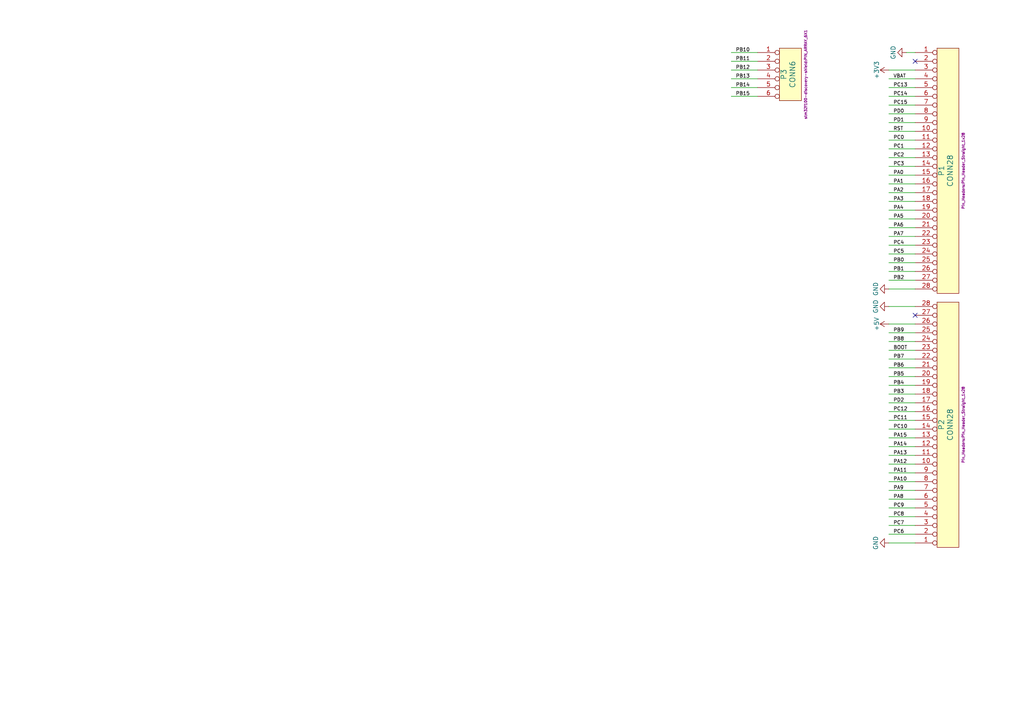
<source format=kicad_sch>
(kicad_sch (version 20230121) (generator eeschema)
  (paper "A4")
  (title_block (title "STM32 Value Line Discovery - Shiled board") (date "20 oct 2012") (rev "1.0"))
  (lib_symbols
    (symbol "stm32f100-discovery-shield-rescue:+3.3V" (power) (pin_names (offset 0))
      (property "Value" "+3.3V" (at 0 3.556 0))
      (symbol "+3.3V_0_1"
        (polyline (pts (xy -0.762 1.27) (xy 0 2.54)))
        (polyline (pts (xy 0 0) (xy 0 2.54)))
        (polyline (pts (xy 0 2.54) (xy 0.762 1.27)))
      )
      (symbol "+3.3V_1_1"
        (pin power_in line (at 0 0 90) (length 0) hide (name "+3V3") (number "1"))
      )
    )
    (symbol "stm32f100-discovery-shield-rescue:+5V" (power) (pin_names (offset 0))
      (property "Value" "+5V" (at 0 3.556 0))
      (symbol "+5V_0_1"
        (polyline (pts (xy -0.762 1.27) (xy 0 2.54)))
        (polyline (pts (xy 0 0) (xy 0 2.54)))
        (polyline (pts (xy 0 2.54) (xy 0.762 1.27)))
      )
      (symbol "+5V_1_1"
        (pin power_in line (at 0 0 90) (length 0) hide (name "+5V") (number "1"))
      )
    )
    (symbol "stm32f100-discovery-shield-rescue:GND" (power) (pin_names (offset 0))
      (property "Value" "GND" (at 0 -3.81 0))
      (symbol "GND_0_1"
        (polyline (pts (xy 0 0) (xy 0 -1.27) (xy 1.27 -1.27) (xy 0 -2.54) (xy -1.27 -1.27) (xy 0 -1.27)))
      )
      (symbol "GND_1_1"
        (pin power_in line (at 0 0 270) (length 0) hide (name "GND") (number "1"))
      )
    )
    (symbol "stm32f100-discovery-shield:CONN28" (pin_names (offset 1.016) hide)
      (property "Reference" "P" (at -1.27 0 90))
      (property "Value" "CONN28" (at 1.27 0 90))
      (symbol "CONN28_0_1"
        (rectangle (start -2.54 -35.56) (end 3.81 35.56) (fill (type background)))
      )
      (symbol "CONN28_1_1"
        (pin passive inverted (at -8.89 34.29 0) (length 6.35) (name "P1") (number "1"))
        (pin passive inverted (at -8.89 11.43 0) (length 6.35) (name "P10") (number "10"))
        (pin passive inverted (at -8.89 8.89 0) (length 6.35) (name "P11") (number "11"))
        (pin passive inverted (at -8.89 6.35 0) (length 6.35) (name "P12") (number "12"))
        (pin passive inverted (at -8.89 3.81 0) (length 6.35) (name "P13") (number "13"))
        (pin passive inverted (at -8.89 1.27 0) (length 6.35) (name "P14") (number "14"))
        (pin passive inverted (at -8.89 -1.27 0) (length 6.35) (name "P15") (number "15"))
        (pin passive inverted (at -8.89 -3.81 0) (length 6.35) (name "P16") (number "16"))
        (pin passive inverted (at -8.89 -6.35 0) (length 6.35) (name "P17") (number "17"))
        (pin passive inverted (at -8.89 -8.89 0) (length 6.35) (name "P18") (number "18"))
        (pin passive inverted (at -8.89 -11.43 0) (length 6.35) (name "P19") (number "19"))
        (pin passive inverted (at -8.89 31.75 0) (length 6.35) (name "P2") (number "2"))
        (pin passive inverted (at -8.89 -13.97 0) (length 6.35) (name "P20") (number "20"))
        (pin passive inverted (at -8.89 -16.51 0) (length 6.35) (name "P21") (number "21"))
        (pin passive inverted (at -8.89 -19.05 0) (length 6.35) (name "P22") (number "22"))
        (pin passive inverted (at -8.89 -21.59 0) (length 6.35) (name "P23") (number "23"))
        (pin passive inverted (at -8.89 -24.13 0) (length 6.35) (name "P24") (number "24"))
        (pin passive inverted (at -8.89 -26.67 0) (length 6.35) (name "P25") (number "25"))
        (pin passive inverted (at -8.89 -29.21 0) (length 6.35) (name "P26") (number "26"))
        (pin passive inverted (at -8.89 -31.75 0) (length 6.35) (name "P27") (number "27"))
        (pin passive inverted (at -8.89 -34.29 0) (length 6.35) (name "P28") (number "28"))
        (pin passive inverted (at -8.89 29.21 0) (length 6.35) (name "P3") (number "3"))
        (pin passive inverted (at -8.89 26.67 0) (length 6.35) (name "P4") (number "4"))
        (pin passive inverted (at -8.89 24.13 0) (length 6.35) (name "P5") (number "5"))
        (pin passive inverted (at -8.89 21.59 0) (length 6.35) (name "P6") (number "6"))
        (pin passive inverted (at -8.89 19.05 0) (length 6.35) (name "P7") (number "7"))
        (pin passive inverted (at -8.89 16.51 0) (length 6.35) (name "P8") (number "8"))
        (pin passive inverted (at -8.89 13.97 0) (length 6.35) (name "P9") (number "9"))
      )
    )
    (symbol "stm32f100-discovery-shield:CONN6" (pin_names (offset 1.016) hide)
      (property "Reference" "P" (at -1.27 0 90))
      (property "Value" "CONN6" (at 1.27 0 90))
      (symbol "CONN6_0_1"
        (rectangle (start -2.54 -7.62) (end 3.81 7.62) (fill (type background)))
      )
      (symbol "CONN6_1_1"
        (pin passive inverted (at -8.89 6.35 0) (length 6.35) (name "P1") (number "1"))
        (pin passive inverted (at -8.89 3.81 0) (length 6.35) (name "P2") (number "2"))
        (pin passive inverted (at -8.89 1.27 0) (length 6.35) (name "P3") (number "3"))
        (pin passive inverted (at -8.89 -1.27 0) (length 6.35) (name "P4") (number "4"))
        (pin passive inverted (at -8.89 -3.81 0) (length 6.35) (name "P5") (number "5"))
        (pin passive inverted (at -8.89 -6.35 0) (length 6.35) (name "P6") (number "6"))
      )
    )
  )
  (no_connect (at 265.43 91.44))
  (no_connect (at 265.43 17.78))
  (wire (pts (xy 265.43 116.84) (xy 257.81 116.84)))
  (wire (pts (xy 265.43 27.94) (xy 257.81 27.94)))
  (wire (pts (xy 265.43 106.68) (xy 257.81 106.68)))
  (wire (pts (xy 265.43 45.72) (xy 257.81 45.72)))
  (wire (pts (xy 219.71 17.78) (xy 212.09 17.78)))
  (wire (pts (xy 265.43 76.2) (xy 257.81 76.2)))
  (wire (pts (xy 265.43 147.32) (xy 257.81 147.32)))
  (wire (pts (xy 265.43 50.8) (xy 257.81 50.8)))
  (wire (pts (xy 265.43 88.9) (xy 257.81 88.9)))
  (wire (pts (xy 265.43 81.28) (xy 257.81 81.28)))
  (wire (pts (xy 265.43 40.64) (xy 257.81 40.64)))
  (wire (pts (xy 219.71 25.4) (xy 212.09 25.4)))
  (wire (pts (xy 265.43 33.02) (xy 257.81 33.02)))
  (wire (pts (xy 265.43 119.38) (xy 257.81 119.38)))
  (wire (pts (xy 265.43 99.06) (xy 257.81 99.06)))
  (wire (pts (xy 265.43 127) (xy 257.81 127)))
  (wire (pts (xy 265.43 139.7) (xy 257.81 139.7)))
  (wire (pts (xy 265.43 60.96) (xy 257.81 60.96)))
  (wire (pts (xy 219.71 15.24) (xy 212.09 15.24)))
  (wire (pts (xy 265.43 20.32) (xy 257.81 20.32)))
  (wire (pts (xy 265.43 144.78) (xy 257.81 144.78)))
  (wire (pts (xy 265.43 58.42) (xy 257.81 58.42)))
  (wire (pts (xy 265.43 73.66) (xy 257.81 73.66)))
  (wire (pts (xy 265.43 66.04) (xy 257.81 66.04)))
  (wire (pts (xy 265.43 142.24) (xy 257.81 142.24)))
  (wire (pts (xy 265.43 63.5) (xy 257.81 63.5)))
  (wire (pts (xy 265.43 149.86) (xy 257.81 149.86)))
  (wire (pts (xy 265.43 71.12) (xy 257.81 71.12)))
  (wire (pts (xy 265.43 111.76) (xy 257.81 111.76)))
  (wire (pts (xy 265.43 68.58) (xy 257.81 68.58)))
  (wire (pts (xy 265.43 48.26) (xy 257.81 48.26)))
  (wire (pts (xy 265.43 55.88) (xy 257.81 55.88)))
  (wire (pts (xy 265.43 129.54) (xy 257.81 129.54)))
  (wire (pts (xy 265.43 78.74) (xy 257.81 78.74)))
  (wire (pts (xy 265.43 137.16) (xy 257.81 137.16)))
  (wire (pts (xy 265.43 157.48) (xy 257.81 157.48)))
  (wire (pts (xy 265.43 15.24) (xy 262.89 15.24)))
  (wire (pts (xy 265.43 154.94) (xy 257.81 154.94)))
  (wire (pts (xy 219.71 20.32) (xy 212.09 20.32)))
  (wire (pts (xy 265.43 101.6) (xy 257.81 101.6)))
  (wire (pts (xy 265.43 134.62) (xy 257.81 134.62)))
  (wire (pts (xy 265.43 30.48) (xy 257.81 30.48)))
  (wire (pts (xy 265.43 22.86) (xy 257.81 22.86)))
  (wire (pts (xy 265.43 124.46) (xy 257.81 124.46)))
  (wire (pts (xy 265.43 132.08) (xy 257.81 132.08)))
  (wire (pts (xy 265.43 152.4) (xy 257.81 152.4)))
  (wire (pts (xy 265.43 38.1) (xy 257.81 38.1)))
  (wire (pts (xy 219.71 27.94) (xy 212.09 27.94)))
  (wire (pts (xy 265.43 114.3) (xy 257.81 114.3)))
  (wire (pts (xy 219.71 22.86) (xy 212.09 22.86)))
  (wire (pts (xy 265.43 109.22) (xy 257.81 109.22)))
  (wire (pts (xy 265.43 83.82) (xy 257.81 83.82)))
  (wire (pts (xy 265.43 25.4) (xy 257.81 25.4)))
  (wire (pts (xy 265.43 93.98) (xy 257.81 93.98)))
  (wire (pts (xy 265.43 96.52) (xy 257.81 96.52)))
  (wire (pts (xy 265.43 53.34) (xy 257.81 53.34)))
  (wire (pts (xy 265.43 121.92) (xy 257.81 121.92)))
  (wire (pts (xy 265.43 35.56) (xy 257.81 35.56)))
  (wire (pts (xy 265.43 43.18) (xy 257.81 43.18)))
  (wire (pts (xy 265.43 104.14) (xy 257.81 104.14)))
  (label "PA2" (at 259.08 55.88 0) (effects (font (size 1.016 1.016))))
  (label "PB10" (at 213.36 15.24 0) (effects (font (size 1.016 1.016))))
  (label "PB11" (at 213.36 17.78 0) (effects (font (size 1.016 1.016))))
  (label "PA3" (at 259.08 58.42 0) (effects (font (size 1.016 1.016))))
  (label "PB3" (at 259.08 114.3 0) (effects (font (size 1.016 1.016))))
  (label "PB1" (at 259.08 78.74 0) (effects (font (size 1.016 1.016))))
  (label "RST" (at 259.08 38.1 0) (effects (font (size 1.016 1.016))))
  (label "PC6" (at 259.08 154.94 0) (effects (font (size 1.016 1.016))))
  (label "PB8" (at 259.08 99.06 0) (effects (font (size 1.016 1.016))))
  (label "PA14" (at 259.08 129.54 0) (effects (font (size 1.016 1.016))))
  (label "PC14" (at 259.08 27.94 0) (effects (font (size 1.016 1.016))))
  (label "PB13" (at 213.36 22.86 0) (effects (font (size 1.016 1.016))))
  (label "PB6" (at 259.08 106.68 0) (effects (font (size 1.016 1.016))))
  (label "PA7" (at 259.08 68.58 0) (effects (font (size 1.016 1.016))))
  (label "PC8" (at 259.08 149.86 0) (effects (font (size 1.016 1.016))))
  (label "PC11" (at 259.08 121.92 0) (effects (font (size 1.016 1.016))))
  (label "PA0" (at 259.08 50.8 0) (effects (font (size 1.016 1.016))))
  (label "PC12" (at 259.08 119.38 0) (effects (font (size 1.016 1.016))))
  (label "PB5" (at 259.08 109.22 0) (effects (font (size 1.016 1.016))))
  (label "PC2" (at 259.08 45.72 0) (effects (font (size 1.016 1.016))))
  (label "PB14" (at 213.36 25.4 0) (effects (font (size 1.016 1.016))))
  (label "PB9" (at 259.08 96.52 0) (effects (font (size 1.016 1.016))))
  (label "PC5" (at 259.08 73.66 0) (effects (font (size 1.016 1.016))))
  (label "PA15" (at 259.08 127 0) (effects (font (size 1.016 1.016))))
  (label "PA12" (at 259.08 134.62 0) (effects (font (size 1.016 1.016))))
  (label "PA1" (at 259.08 53.34 0) (effects (font (size 1.016 1.016))))
  (label "PC9" (at 259.08 147.32 0) (effects (font (size 1.016 1.016))))
  (label "PA6" (at 259.08 66.04 0) (effects (font (size 1.016 1.016))))
  (label "PA9" (at 259.08 142.24 0) (effects (font (size 1.016 1.016))))
  (label "PA10" (at 259.08 139.7 0) (effects (font (size 1.016 1.016))))
  (label "PB15" (at 213.36 27.94 0) (effects (font (size 1.016 1.016))))
  (label "PC3" (at 259.08 48.26 0) (effects (font (size 1.016 1.016))))
  (label "PD0" (at 259.08 33.02 0) (effects (font (size 1.016 1.016))))
  (label "PB2" (at 259.08 81.28 0) (effects (font (size 1.016 1.016))))
  (label "VBAT" (at 259.08 22.86 0) (effects (font (size 1.016 1.016))))
  (label "PB12" (at 213.36 20.32 0) (effects (font (size 1.016 1.016))))
  (label "PC4" (at 259.08 71.12 0) (effects (font (size 1.016 1.016))))
  (label "PB0" (at 259.08 76.2 0) (effects (font (size 1.016 1.016))))
  (label "PC0" (at 259.08 40.64 0) (effects (font (size 1.016 1.016))))
  (label "PA11" (at 259.08 137.16 0) (effects (font (size 1.016 1.016))))
  (label "PB7" (at 259.08 104.14 0) (effects (font (size 1.016 1.016))))
  (label "PA5" (at 259.08 63.5 0) (effects (font (size 1.016 1.016))))
  (label "PC10" (at 259.08 124.46 0) (effects (font (size 1.016 1.016))))
  (label "PA13" (at 259.08 132.08 0) (effects (font (size 1.016 1.016))))
  (label "PB4" (at 259.08 111.76 0) (effects (font (size 1.016 1.016))))
  (label "BOOT" (at 259.08 101.6 0) (effects (font (size 1.016 1.016))))
  (label "PC7" (at 259.08 152.4 0) (effects (font (size 1.016 1.016))))
  (label "PA4" (at 259.08 60.96 0) (effects (font (size 1.016 1.016))))
  (label "PD1" (at 259.08 35.56 0) (effects (font (size 1.016 1.016))))
  (label "PC15" (at 259.08 30.48 0) (effects (font (size 1.016 1.016))))
  (label "PA8" (at 259.08 144.78 0) (effects (font (size 1.016 1.016))))
  (label "PC13" (at 259.08 25.4 0) (effects (font (size 1.016 1.016))))
  (label "PD2" (at 259.08 116.84 0) (effects (font (size 1.016 1.016))))
  (label "PC1" (at 259.08 43.18 0) (effects (font (size 1.016 1.016))))
  (symbol (lib_id "stm32f100-discovery-shield:CONN28") (at 274.32 49.53 0) (unit 1)
    (property "Reference" "P1" (at 273.05 49.53 90) (effects (font (size 1.524 1.524))))
    (property "Value" "CONN28" (at 275.59 49.53 90) (effects (font (size 1.524 1.524))))
    (property "Footprint" "Pin_Headers:Pin_Header_Straight_1x28" (at 279.4 49.53 90) (effects (font (size 0.762 0.762))))
  )
  (symbol (lib_id "stm32f100-discovery-shield:CONN28") (at 274.32 123.19 0) (mirror x) (unit 1)
    (property "Reference" "P2" (at 273.05 123.19 90) (effects (font (size 1.524 1.524))))
    (property "Value" "CONN28" (at 275.59 123.19 90) (effects (font (size 1.524 1.524))))
    (property "Footprint" "Pin_Headers:Pin_Header_Straight_1x28" (at 279.4 123.19 90) (effects (font (size 0.762 0.762))))
  )
  (symbol (lib_id "stm32f100-discovery-shield:CONN6") (at 228.6 21.59 0) (unit 1)
    (property "Reference" "P3" (at 227.33 21.59 90) (effects (font (size 1.524 1.524))))
    (property "Value" "CONN6" (at 229.87 21.59 90) (effects (font (size 1.524 1.524))))
    (property "Footprint" "stm32f100-discovery-shield:PIN_ARRAY_6X1" (at 233.68 21.59 90) (effects (font (size 0.762 0.762))))
  )
  (symbol (lib_id "stm32f100-discovery-shield-rescue:GND") (at 262.89 15.24 270) (unit 1)
    (property "Reference" "#PWR01" (effects hide))
    (property "Value" "GND" (at 259.08 15.24 0))
  )
  (symbol (lib_id "stm32f100-discovery-shield-rescue:GND") (at 257.81 83.82 270) (unit 1)
    (property "Reference" "#PWR02" (effects hide))
    (property "Value" "GND" (at 254 83.82 0))
  )
  (symbol (lib_id "stm32f100-discovery-shield-rescue:GND") (at 257.81 88.9 270) (unit 1)
    (property "Reference" "#PWR03" (effects hide))
    (property "Value" "GND" (at 254 88.9 0))
  )
  (symbol (lib_id "stm32f100-discovery-shield-rescue:GND") (at 257.81 157.48 270) (unit 1)
    (property "Reference" "#PWR04" (effects hide))
    (property "Value" "GND" (at 254 157.48 0))
  )
  (symbol (lib_id "stm32f100-discovery-shield-rescue:+3.3V") (at 257.81 20.32 90) (unit 1)
    (property "Reference" "#PWR05" (effects hide))
    (property "Value" "+3.3V" (at 254.254 20.32 0))
  )
  (symbol (lib_id "stm32f100-discovery-shield-rescue:+5V") (at 257.81 93.98 90) (unit 1)
    (property "Reference" "#PWR06" (effects hide))
    (property "Value" "+5V" (at 254.254 93.98 0))
  )
)
</source>
